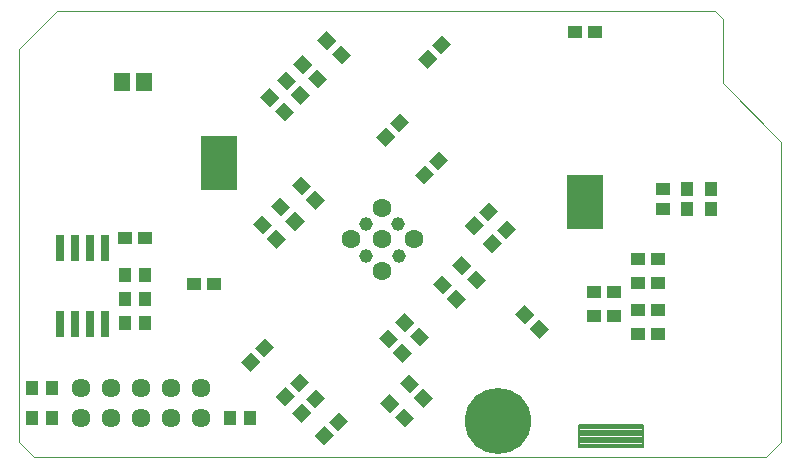
<source format=gbs>
G75*
%MOIN*%
%OFA0B0*%
%FSLAX25Y25*%
%IPPOS*%
%LPD*%
%AMOC8*
5,1,8,0,0,1.08239X$1,22.5*
%
%ADD10C,0.00000*%
%ADD11C,0.00800*%
%ADD12R,0.05518X0.06306*%
%ADD13R,0.04731X0.04337*%
%ADD14R,0.04337X0.04731*%
%ADD15C,0.06337*%
%ADD16R,0.02900X0.08900*%
%ADD17R,0.12211X0.18117*%
%ADD18C,0.22054*%
%ADD19C,0.06306*%
%ADD20C,0.04534*%
D10*
X0009500Y0011000D02*
X0241000Y0011000D01*
X0246000Y0011000D01*
X0249500Y0011000D01*
X0252500Y0011000D01*
X0253500Y0011000D01*
X0258500Y0016000D01*
X0258500Y0116000D01*
X0239000Y0135500D01*
X0239000Y0157000D01*
X0236500Y0159500D01*
X0017000Y0159500D01*
X0004500Y0147000D01*
X0004500Y0016000D01*
X0009500Y0011000D01*
D11*
X0191300Y0014300D02*
X0191300Y0021700D01*
X0212600Y0021700D01*
X0212600Y0014300D01*
X0191300Y0014300D01*
X0191300Y0014993D02*
X0212600Y0014993D01*
X0212600Y0015791D02*
X0191300Y0015791D01*
X0191300Y0016590D02*
X0212600Y0016590D01*
X0212600Y0017388D02*
X0191300Y0017388D01*
X0191300Y0018187D02*
X0212600Y0018187D01*
X0212600Y0018985D02*
X0191300Y0018985D01*
X0191300Y0019784D02*
X0212600Y0019784D01*
X0212600Y0020582D02*
X0191300Y0020582D01*
X0191300Y0021381D02*
X0212600Y0021381D01*
D12*
X0046240Y0136000D03*
X0038760Y0136000D03*
D13*
G36*
X0087995Y0134071D02*
X0091339Y0130727D01*
X0088273Y0127661D01*
X0084929Y0131005D01*
X0087995Y0134071D01*
G37*
G36*
X0093495Y0139571D02*
X0096839Y0136227D01*
X0093773Y0133161D01*
X0090429Y0136505D01*
X0093495Y0139571D01*
G37*
G36*
X0098995Y0145071D02*
X0102339Y0141727D01*
X0099273Y0138661D01*
X0095929Y0142005D01*
X0098995Y0145071D01*
G37*
G36*
X0107030Y0153036D02*
X0110374Y0149692D01*
X0107308Y0146626D01*
X0103964Y0149970D01*
X0107030Y0153036D01*
G37*
G36*
X0111763Y0148303D02*
X0115107Y0144959D01*
X0112041Y0141893D01*
X0108697Y0145237D01*
X0111763Y0148303D01*
G37*
G36*
X0103727Y0140339D02*
X0107071Y0136995D01*
X0104005Y0133929D01*
X0100661Y0137273D01*
X0103727Y0140339D01*
G37*
G36*
X0098227Y0134839D02*
X0101571Y0131495D01*
X0098505Y0128429D01*
X0095161Y0131773D01*
X0098227Y0134839D01*
G37*
G36*
X0092727Y0129339D02*
X0096071Y0125995D01*
X0093005Y0122929D01*
X0089661Y0126273D01*
X0092727Y0129339D01*
G37*
G36*
X0123429Y0117495D02*
X0126773Y0120839D01*
X0129839Y0117773D01*
X0126495Y0114429D01*
X0123429Y0117495D01*
G37*
G36*
X0128161Y0122227D02*
X0131505Y0125571D01*
X0134571Y0122505D01*
X0131227Y0119161D01*
X0128161Y0122227D01*
G37*
G36*
X0141161Y0109727D02*
X0144505Y0113071D01*
X0147571Y0110005D01*
X0144227Y0106661D01*
X0141161Y0109727D01*
G37*
G36*
X0136429Y0104995D02*
X0139773Y0108339D01*
X0142839Y0105273D01*
X0139495Y0101929D01*
X0136429Y0104995D01*
G37*
G36*
X0157661Y0092727D02*
X0161005Y0096071D01*
X0164071Y0093005D01*
X0160727Y0089661D01*
X0157661Y0092727D01*
G37*
G36*
X0152929Y0087995D02*
X0156273Y0091339D01*
X0159339Y0088273D01*
X0155995Y0084929D01*
X0152929Y0087995D01*
G37*
G36*
X0158929Y0081995D02*
X0162273Y0085339D01*
X0165339Y0082273D01*
X0161995Y0078929D01*
X0158929Y0081995D01*
G37*
G36*
X0163661Y0086727D02*
X0167005Y0090071D01*
X0170071Y0087005D01*
X0166727Y0083661D01*
X0163661Y0086727D01*
G37*
G36*
X0151995Y0078071D02*
X0155339Y0074727D01*
X0152273Y0071661D01*
X0148929Y0075005D01*
X0151995Y0078071D01*
G37*
G36*
X0156727Y0073339D02*
X0160071Y0069995D01*
X0157005Y0066929D01*
X0153661Y0070273D01*
X0156727Y0073339D01*
G37*
G36*
X0145495Y0071571D02*
X0148839Y0068227D01*
X0145773Y0065161D01*
X0142429Y0068505D01*
X0145495Y0071571D01*
G37*
G36*
X0150227Y0066839D02*
X0153571Y0063495D01*
X0150505Y0060429D01*
X0147161Y0063773D01*
X0150227Y0066839D01*
G37*
G36*
X0132995Y0059071D02*
X0136339Y0055727D01*
X0133273Y0052661D01*
X0129929Y0056005D01*
X0132995Y0059071D01*
G37*
G36*
X0137727Y0054339D02*
X0141071Y0050995D01*
X0138005Y0047929D01*
X0134661Y0051273D01*
X0137727Y0054339D01*
G37*
G36*
X0127495Y0053571D02*
X0130839Y0050227D01*
X0127773Y0047161D01*
X0124429Y0050505D01*
X0127495Y0053571D01*
G37*
G36*
X0132227Y0048839D02*
X0135571Y0045495D01*
X0132505Y0042429D01*
X0129161Y0045773D01*
X0132227Y0048839D01*
G37*
G36*
X0134495Y0038571D02*
X0137839Y0035227D01*
X0134773Y0032161D01*
X0131429Y0035505D01*
X0134495Y0038571D01*
G37*
G36*
X0139227Y0033839D02*
X0142571Y0030495D01*
X0139505Y0027429D01*
X0136161Y0030773D01*
X0139227Y0033839D01*
G37*
G36*
X0128273Y0025661D02*
X0124929Y0029005D01*
X0127995Y0032071D01*
X0131339Y0028727D01*
X0128273Y0025661D01*
G37*
G36*
X0133005Y0020929D02*
X0129661Y0024273D01*
X0132727Y0027339D01*
X0136071Y0023995D01*
X0133005Y0020929D01*
G37*
G36*
X0107661Y0022727D02*
X0111005Y0026071D01*
X0114071Y0023005D01*
X0110727Y0019661D01*
X0107661Y0022727D01*
G37*
G36*
X0102929Y0017995D02*
X0106273Y0021339D01*
X0109339Y0018273D01*
X0105995Y0014929D01*
X0102929Y0017995D01*
G37*
G36*
X0095429Y0025495D02*
X0098773Y0028839D01*
X0101839Y0025773D01*
X0098495Y0022429D01*
X0095429Y0025495D01*
G37*
G36*
X0100161Y0030227D02*
X0103505Y0033571D01*
X0106571Y0030505D01*
X0103227Y0027161D01*
X0100161Y0030227D01*
G37*
G36*
X0089929Y0030995D02*
X0093273Y0034339D01*
X0096339Y0031273D01*
X0092995Y0027929D01*
X0089929Y0030995D01*
G37*
G36*
X0094661Y0035727D02*
X0098005Y0039071D01*
X0101071Y0036005D01*
X0097727Y0032661D01*
X0094661Y0035727D01*
G37*
G36*
X0078429Y0042495D02*
X0081773Y0045839D01*
X0084839Y0042773D01*
X0081495Y0039429D01*
X0078429Y0042495D01*
G37*
G36*
X0083161Y0047227D02*
X0086505Y0050571D01*
X0089571Y0047505D01*
X0086227Y0044161D01*
X0083161Y0047227D01*
G37*
X0069346Y0068500D03*
X0062654Y0068500D03*
X0046346Y0084000D03*
X0039654Y0084000D03*
G36*
X0085773Y0085161D02*
X0082429Y0088505D01*
X0085495Y0091571D01*
X0088839Y0088227D01*
X0085773Y0085161D01*
G37*
G36*
X0090505Y0080429D02*
X0087161Y0083773D01*
X0090227Y0086839D01*
X0093571Y0083495D01*
X0090505Y0080429D01*
G37*
G36*
X0096605Y0086429D02*
X0093261Y0089773D01*
X0096327Y0092839D01*
X0099671Y0089495D01*
X0096605Y0086429D01*
G37*
G36*
X0091873Y0091161D02*
X0088529Y0094505D01*
X0091595Y0097571D01*
X0094939Y0094227D01*
X0091873Y0091161D01*
G37*
G36*
X0103505Y0093429D02*
X0100161Y0096773D01*
X0103227Y0099839D01*
X0106571Y0096495D01*
X0103505Y0093429D01*
G37*
G36*
X0098773Y0098161D02*
X0095429Y0101505D01*
X0098495Y0104571D01*
X0101839Y0101227D01*
X0098773Y0098161D01*
G37*
G36*
X0143839Y0143773D02*
X0140495Y0140429D01*
X0137429Y0143495D01*
X0140773Y0146839D01*
X0143839Y0143773D01*
G37*
G36*
X0148571Y0148505D02*
X0145227Y0145161D01*
X0142161Y0148227D01*
X0145505Y0151571D01*
X0148571Y0148505D01*
G37*
X0189654Y0152500D03*
X0196346Y0152500D03*
X0219000Y0100346D03*
X0219000Y0093654D03*
X0217346Y0077000D03*
X0210654Y0077000D03*
X0210654Y0069000D03*
X0217346Y0069000D03*
X0217346Y0060000D03*
X0210654Y0060000D03*
X0202846Y0058000D03*
X0196154Y0058000D03*
X0196154Y0066000D03*
X0202846Y0066000D03*
X0210654Y0052000D03*
X0217346Y0052000D03*
G36*
X0178005Y0050429D02*
X0174661Y0053773D01*
X0177727Y0056839D01*
X0181071Y0053495D01*
X0178005Y0050429D01*
G37*
G36*
X0173273Y0055161D02*
X0169929Y0058505D01*
X0172995Y0061571D01*
X0176339Y0058227D01*
X0173273Y0055161D01*
G37*
D14*
X0227000Y0093654D03*
X0235000Y0093654D03*
X0235000Y0100346D03*
X0227000Y0100346D03*
X0081346Y0024000D03*
X0074654Y0024000D03*
X0046346Y0055500D03*
X0039654Y0055500D03*
X0039654Y0063500D03*
X0046346Y0063500D03*
X0046346Y0071500D03*
X0039654Y0071500D03*
X0015346Y0034000D03*
X0008654Y0034000D03*
X0008654Y0024000D03*
X0015346Y0024000D03*
D15*
X0025000Y0024000D03*
X0035000Y0024000D03*
X0045000Y0024000D03*
X0055000Y0024000D03*
X0065000Y0024000D03*
X0065000Y0034000D03*
X0055000Y0034000D03*
X0045000Y0034000D03*
X0035000Y0034000D03*
X0025000Y0034000D03*
D16*
X0023000Y0055300D03*
X0018000Y0055300D03*
X0028000Y0055300D03*
X0033000Y0055300D03*
X0033000Y0080700D03*
X0028000Y0080700D03*
X0023000Y0080700D03*
X0018000Y0080700D03*
D17*
X0071000Y0109000D03*
X0193000Y0096000D03*
D18*
X0164000Y0023000D03*
D19*
X0125500Y0073000D03*
X0125500Y0083500D03*
X0115000Y0083500D03*
X0125500Y0094000D03*
X0136000Y0083500D03*
D20*
X0130750Y0088500D03*
X0120250Y0088750D03*
X0120250Y0078000D03*
X0131000Y0078000D03*
M02*

</source>
